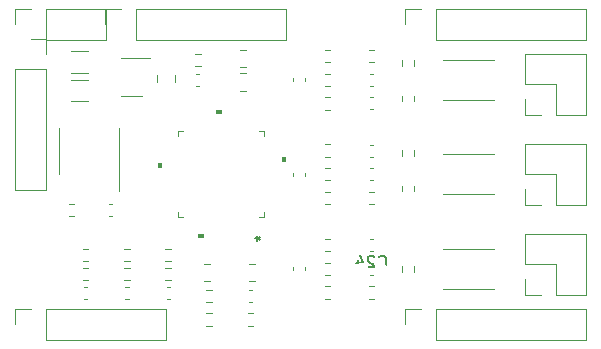
<source format=gbo>
G04 #@! TF.GenerationSoftware,KiCad,Pcbnew,8.0.4+1*
G04 #@! TF.CreationDate,2024-10-07T15:19:18+00:00*
G04 #@! TF.ProjectId,xESC2,78455343-322e-46b6-9963-61645f706362,rev?*
G04 #@! TF.SameCoordinates,Original*
G04 #@! TF.FileFunction,Legend,Bot*
G04 #@! TF.FilePolarity,Positive*
%FSLAX46Y46*%
G04 Gerber Fmt 4.6, Leading zero omitted, Abs format (unit mm)*
G04 Created by KiCad (PCBNEW 8.0.4+1) date 2024-10-07 15:19:18*
%MOMM*%
%LPD*%
G01*
G04 APERTURE LIST*
%ADD10C,0.150000*%
%ADD11C,0.120000*%
%ADD12C,0.100000*%
%ADD13R,0.840000X0.840000*%
%ADD14C,0.840000*%
%ADD15O,1.850000X0.850000*%
%ADD16R,1.700000X1.700000*%
%ADD17O,1.700000X1.700000*%
%ADD18R,0.279400X1.340599*%
%ADD19R,1.340599X0.279400*%
%ADD20R,5.003800X5.003800*%
%ADD21R,1.060000X0.650000*%
G04 APERTURE END LIST*
D10*
X250035819Y-123830799D02*
X250273914Y-123830799D01*
X250178676Y-123592704D02*
X250273914Y-123830799D01*
X250273914Y-123830799D02*
X250178676Y-124068894D01*
X250464390Y-123687942D02*
X250273914Y-123830799D01*
X250273914Y-123830799D02*
X250464390Y-123973656D01*
X250035819Y-123830799D02*
X250273914Y-123830799D01*
X250178676Y-123592704D02*
X250273914Y-123830799D01*
X250273914Y-123830799D02*
X250178676Y-124068894D01*
X250464390Y-123687942D02*
X250273914Y-123830799D01*
X250273914Y-123830799D02*
X250464390Y-123973656D01*
X260542857Y-126189580D02*
X260590476Y-126237200D01*
X260590476Y-126237200D02*
X260733333Y-126284819D01*
X260733333Y-126284819D02*
X260828571Y-126284819D01*
X260828571Y-126284819D02*
X260971428Y-126237200D01*
X260971428Y-126237200D02*
X261066666Y-126141961D01*
X261066666Y-126141961D02*
X261114285Y-126046723D01*
X261114285Y-126046723D02*
X261161904Y-125856247D01*
X261161904Y-125856247D02*
X261161904Y-125713390D01*
X261161904Y-125713390D02*
X261114285Y-125522914D01*
X261114285Y-125522914D02*
X261066666Y-125427676D01*
X261066666Y-125427676D02*
X260971428Y-125332438D01*
X260971428Y-125332438D02*
X260828571Y-125284819D01*
X260828571Y-125284819D02*
X260733333Y-125284819D01*
X260733333Y-125284819D02*
X260590476Y-125332438D01*
X260590476Y-125332438D02*
X260542857Y-125380057D01*
X260161904Y-125380057D02*
X260114285Y-125332438D01*
X260114285Y-125332438D02*
X260019047Y-125284819D01*
X260019047Y-125284819D02*
X259780952Y-125284819D01*
X259780952Y-125284819D02*
X259685714Y-125332438D01*
X259685714Y-125332438D02*
X259638095Y-125380057D01*
X259638095Y-125380057D02*
X259590476Y-125475295D01*
X259590476Y-125475295D02*
X259590476Y-125570533D01*
X259590476Y-125570533D02*
X259638095Y-125713390D01*
X259638095Y-125713390D02*
X260209523Y-126284819D01*
X260209523Y-126284819D02*
X259590476Y-126284819D01*
X258733333Y-125618152D02*
X258733333Y-126284819D01*
X258971428Y-125237200D02*
X259209523Y-125951485D01*
X259209523Y-125951485D02*
X258590476Y-125951485D01*
D11*
X256437258Y-123877500D02*
X255962742Y-123877500D01*
X256437258Y-124922500D02*
X255962742Y-124922500D01*
X245738748Y-125965000D02*
X246261252Y-125965000D01*
X245738748Y-127435000D02*
X246261252Y-127435000D01*
X250061252Y-125965000D02*
X249538748Y-125965000D01*
X250061252Y-127435000D02*
X249538748Y-127435000D01*
X249509420Y-128190000D02*
X249790580Y-128190000D01*
X249509420Y-129210000D02*
X249790580Y-129210000D01*
X242840580Y-127940000D02*
X242559420Y-127940000D01*
X242840580Y-128960000D02*
X242559420Y-128960000D01*
X245059420Y-109940000D02*
X245340580Y-109940000D01*
X245059420Y-110960000D02*
X245340580Y-110960000D01*
X241765000Y-110561252D02*
X241765000Y-110038748D01*
X243235000Y-110561252D02*
X243235000Y-110038748D01*
X259759420Y-115890000D02*
X260040580Y-115890000D01*
X259759420Y-116910000D02*
X260040580Y-116910000D01*
X259759420Y-111890000D02*
X260040580Y-111890000D01*
X259759420Y-112910000D02*
X260040580Y-112910000D01*
X256437258Y-117877500D02*
X255962742Y-117877500D01*
X256437258Y-118922500D02*
X255962742Y-118922500D01*
X256437258Y-119877500D02*
X255962742Y-119877500D01*
X256437258Y-120922500D02*
X255962742Y-120922500D01*
X239340580Y-127940000D02*
X239059420Y-127940000D01*
X239340580Y-128960000D02*
X239059420Y-128960000D01*
X270314564Y-116690000D02*
X265960436Y-116690000D01*
X270314564Y-120110000D02*
X265960436Y-120110000D01*
X235840580Y-127940000D02*
X235559420Y-127940000D01*
X235840580Y-128960000D02*
X235559420Y-128960000D01*
X256437258Y-115877500D02*
X255962742Y-115877500D01*
X256437258Y-116922500D02*
X255962742Y-116922500D01*
X256437258Y-109877500D02*
X255962742Y-109877500D01*
X256437258Y-110922500D02*
X255962742Y-110922500D01*
X256437258Y-107877500D02*
X255962742Y-107877500D01*
X256437258Y-108922500D02*
X255962742Y-108922500D01*
X270277064Y-108690000D02*
X265922936Y-108690000D01*
X270277064Y-112110000D02*
X265922936Y-112110000D01*
X245912742Y-128177500D02*
X246387258Y-128177500D01*
X245912742Y-129222500D02*
X246387258Y-129222500D01*
X249412742Y-130177500D02*
X249887258Y-130177500D01*
X249412742Y-131222500D02*
X249887258Y-131222500D01*
X245912742Y-130177500D02*
X246387258Y-130177500D01*
X245912742Y-131222500D02*
X246387258Y-131222500D01*
X242462742Y-124727500D02*
X242937258Y-124727500D01*
X242462742Y-125772500D02*
X242937258Y-125772500D01*
X242937258Y-126327500D02*
X242462742Y-126327500D01*
X242937258Y-127372500D02*
X242462742Y-127372500D01*
X238962742Y-124727500D02*
X239437258Y-124727500D01*
X238962742Y-125772500D02*
X239437258Y-125772500D01*
X239437258Y-126327500D02*
X238962742Y-126327500D01*
X239437258Y-127372500D02*
X238962742Y-127372500D01*
X235462742Y-124727500D02*
X235937258Y-124727500D01*
X235462742Y-125772500D02*
X235937258Y-125772500D01*
X235937258Y-126327500D02*
X235462742Y-126327500D01*
X235937258Y-127372500D02*
X235462742Y-127372500D01*
X244962742Y-108177500D02*
X245437258Y-108177500D01*
X244962742Y-109222500D02*
X245437258Y-109222500D01*
X256437258Y-127877500D02*
X255962742Y-127877500D01*
X256437258Y-128922500D02*
X255962742Y-128922500D01*
X270314564Y-124690000D02*
X265960436Y-124690000D01*
X270314564Y-128110000D02*
X265960436Y-128110000D01*
X249261252Y-109865000D02*
X248738748Y-109865000D01*
X249261252Y-111335000D02*
X248738748Y-111335000D01*
X248738748Y-107865000D02*
X249261252Y-107865000D01*
X248738748Y-109335000D02*
X249261252Y-109335000D01*
X260040580Y-125890000D02*
X259759420Y-125890000D01*
X260040580Y-126910000D02*
X259759420Y-126910000D01*
X260040580Y-117890000D02*
X259759420Y-117890000D01*
X260040580Y-118910000D02*
X259759420Y-118910000D01*
X262477500Y-119362742D02*
X262477500Y-119837258D01*
X263522500Y-119362742D02*
X263522500Y-119837258D01*
X260040580Y-109890000D02*
X259759420Y-109890000D01*
X260040580Y-110910000D02*
X259759420Y-110910000D01*
X260137258Y-127877500D02*
X259662742Y-127877500D01*
X260137258Y-128922500D02*
X259662742Y-128922500D01*
X260137258Y-107877500D02*
X259662742Y-107877500D01*
X260137258Y-108922500D02*
X259662742Y-108922500D01*
X262477500Y-126162742D02*
X262477500Y-126637258D01*
X263522500Y-126162742D02*
X263522500Y-126637258D01*
X260137258Y-119877500D02*
X259662742Y-119877500D01*
X260137258Y-120922500D02*
X259662742Y-120922500D01*
X235911252Y-107990000D02*
X234488748Y-107990000D01*
X235911252Y-109810000D02*
X234488748Y-109810000D01*
X235911252Y-110390000D02*
X234488748Y-110390000D01*
X235911252Y-112210000D02*
X234488748Y-112210000D01*
X229730000Y-109510000D02*
X229730000Y-119730000D01*
X232390000Y-106910000D02*
X231060000Y-106910000D01*
X232390000Y-108240000D02*
X232390000Y-106910000D01*
X232390000Y-109510000D02*
X229730000Y-109510000D01*
X232390000Y-109510000D02*
X232390000Y-119730000D01*
X232390000Y-119730000D02*
X229730000Y-119730000D01*
X229730000Y-104370000D02*
X229730000Y-105700000D01*
X231060000Y-104370000D02*
X229730000Y-104370000D01*
X232330000Y-104370000D02*
X232330000Y-107030000D01*
X232330000Y-104370000D02*
X237470000Y-104370000D01*
X232330000Y-107030000D02*
X237470000Y-107030000D01*
X237470000Y-104370000D02*
X237470000Y-107030000D01*
X253290000Y-118259420D02*
X253290000Y-118540580D01*
X254310000Y-118259420D02*
X254310000Y-118540580D01*
X253290000Y-126259420D02*
X253290000Y-126540580D01*
X254310000Y-126259420D02*
X254310000Y-126540580D01*
X253290000Y-110540580D02*
X253290000Y-110259420D01*
X254310000Y-110540580D02*
X254310000Y-110259420D01*
X243567800Y-114717800D02*
X243977560Y-114717800D01*
X243567800Y-115127560D02*
X243567800Y-114717800D01*
X243567800Y-121982200D02*
X243567800Y-121572440D01*
X243977560Y-121982200D02*
X243567800Y-121982200D01*
X250422440Y-114717800D02*
X250832200Y-114717800D01*
X250832200Y-114717800D02*
X250832200Y-115127560D01*
X250832200Y-121572440D02*
X250832200Y-121982200D01*
X250832200Y-121982200D02*
X250422440Y-121982200D01*
D12*
X242100201Y-117790499D02*
X241846201Y-117790499D01*
X241846201Y-117409499D01*
X242100201Y-117409499D01*
X242100201Y-117790499D01*
G36*
X242100201Y-117790499D02*
G01*
X241846201Y-117790499D01*
X241846201Y-117409499D01*
X242100201Y-117409499D01*
X242100201Y-117790499D01*
G37*
X245640501Y-123703799D02*
X245259501Y-123703799D01*
X245259501Y-123449799D01*
X245640501Y-123449799D01*
X245640501Y-123703799D01*
G36*
X245640501Y-123703799D02*
G01*
X245259501Y-123703799D01*
X245259501Y-123449799D01*
X245640501Y-123449799D01*
X245640501Y-123703799D01*
G37*
X247140501Y-113250201D02*
X246759500Y-113250201D01*
X246759500Y-112996201D01*
X247140501Y-112996201D01*
X247140501Y-113250201D01*
G36*
X247140501Y-113250201D02*
G01*
X246759500Y-113250201D01*
X246759500Y-112996201D01*
X247140501Y-112996201D01*
X247140501Y-113250201D01*
G37*
X252553799Y-117290500D02*
X252299799Y-117290500D01*
X252299799Y-116909500D01*
X252553799Y-116909500D01*
X252553799Y-117290500D01*
G36*
X252553799Y-117290500D02*
G01*
X252299799Y-117290500D01*
X252299799Y-116909500D01*
X252553799Y-116909500D01*
X252553799Y-117290500D01*
G37*
D11*
X256437258Y-125877500D02*
X255962742Y-125877500D01*
X256437258Y-126922500D02*
X255962742Y-126922500D01*
X262477500Y-109237258D02*
X262477500Y-108762742D01*
X263522500Y-109237258D02*
X263522500Y-108762742D01*
X256437258Y-111877500D02*
X255962742Y-111877500D01*
X256437258Y-112922500D02*
X255962742Y-112922500D01*
X237350000Y-104370000D02*
X237350000Y-105700000D01*
X238680000Y-104370000D02*
X237350000Y-104370000D01*
X239950000Y-104370000D02*
X239950000Y-107030000D01*
X239950000Y-104370000D02*
X252710000Y-104370000D01*
X239950000Y-107030000D02*
X252710000Y-107030000D01*
X252710000Y-104370000D02*
X252710000Y-107030000D01*
X229730000Y-129770000D02*
X229730000Y-131100000D01*
X231060000Y-129770000D02*
X229730000Y-129770000D01*
X232330000Y-129770000D02*
X232330000Y-132430000D01*
X232330000Y-129770000D02*
X242550000Y-129770000D01*
X232330000Y-132430000D02*
X242550000Y-132430000D01*
X242550000Y-129770000D02*
X242550000Y-132430000D01*
X259759420Y-123890000D02*
X260040580Y-123890000D01*
X259759420Y-124910000D02*
X260040580Y-124910000D01*
X237940580Y-120890000D02*
X237659420Y-120890000D01*
X237940580Y-121910000D02*
X237659420Y-121910000D01*
X238700000Y-108590000D02*
X241150000Y-108590000D01*
X240500000Y-111810000D02*
X238700000Y-111810000D01*
X233440000Y-116400000D02*
X233440000Y-114450000D01*
X233440000Y-116400000D02*
X233440000Y-118350000D01*
X238560000Y-116400000D02*
X238560000Y-114450000D01*
X238560000Y-116400000D02*
X238560000Y-119850000D01*
X262477500Y-112237258D02*
X262477500Y-111762742D01*
X263522500Y-112237258D02*
X263522500Y-111762742D01*
X262477500Y-116837258D02*
X262477500Y-116362742D01*
X263522500Y-116837258D02*
X263522500Y-116362742D01*
X262750000Y-104370000D02*
X262750000Y-105700000D01*
X264080000Y-104370000D02*
X262750000Y-104370000D01*
X265350000Y-104370000D02*
X265350000Y-107030000D01*
X265350000Y-104370000D02*
X278110000Y-104370000D01*
X265350000Y-107030000D02*
X278110000Y-107030000D01*
X278110000Y-104370000D02*
X278110000Y-107030000D01*
X262750000Y-129770000D02*
X262750000Y-131100000D01*
X264080000Y-129770000D02*
X262750000Y-129770000D01*
X265350000Y-129770000D02*
X265350000Y-132430000D01*
X265350000Y-129770000D02*
X278110000Y-129770000D01*
X265350000Y-132430000D02*
X278110000Y-132430000D01*
X278110000Y-129770000D02*
X278110000Y-132430000D01*
X272910000Y-108180000D02*
X278110000Y-108180000D01*
X272910000Y-110780000D02*
X272910000Y-108180000D01*
X272910000Y-110780000D02*
X275510000Y-110780000D01*
X272910000Y-112050000D02*
X272910000Y-113380000D01*
X272910000Y-113380000D02*
X274240000Y-113380000D01*
X275510000Y-110780000D02*
X275510000Y-113380000D01*
X275510000Y-113380000D02*
X278110000Y-113380000D01*
X278110000Y-113380000D02*
X278110000Y-108180000D01*
X272910000Y-115800000D02*
X278110000Y-115800000D01*
X272910000Y-118400000D02*
X272910000Y-115800000D01*
X272910000Y-118400000D02*
X275510000Y-118400000D01*
X272910000Y-119670000D02*
X272910000Y-121000000D01*
X272910000Y-121000000D02*
X274240000Y-121000000D01*
X275510000Y-118400000D02*
X275510000Y-121000000D01*
X275510000Y-121000000D02*
X278110000Y-121000000D01*
X278110000Y-121000000D02*
X278110000Y-115800000D01*
X272910000Y-123420000D02*
X278110000Y-123420000D01*
X272910000Y-126020000D02*
X272910000Y-123420000D01*
X272910000Y-126020000D02*
X275510000Y-126020000D01*
X272910000Y-127290000D02*
X272910000Y-128620000D01*
X272910000Y-128620000D02*
X274240000Y-128620000D01*
X275510000Y-126020000D02*
X275510000Y-128620000D01*
X275510000Y-128620000D02*
X278110000Y-128620000D01*
X278110000Y-128620000D02*
X278110000Y-123420000D01*
X234737258Y-120877500D02*
X234262742Y-120877500D01*
X234737258Y-121922500D02*
X234262742Y-121922500D01*
%LPC*%
D13*
X231220000Y-124025000D03*
D14*
X230220000Y-124675000D03*
X231220000Y-125325000D03*
X230220000Y-125975000D03*
X231220000Y-126625000D03*
D15*
X231000000Y-121750000D03*
X231000000Y-128900000D03*
G36*
G01*
X257425000Y-124125000D02*
X257425000Y-124675000D01*
G75*
G02*
X257225000Y-124875000I-200000J0D01*
G01*
X256825000Y-124875000D01*
G75*
G02*
X256625000Y-124675000I0J200000D01*
G01*
X256625000Y-124125000D01*
G75*
G02*
X256825000Y-123925000I200000J0D01*
G01*
X257225000Y-123925000D01*
G75*
G02*
X257425000Y-124125000I0J-200000D01*
G01*
G37*
G36*
G01*
X255775000Y-124125000D02*
X255775000Y-124675000D01*
G75*
G02*
X255575000Y-124875000I-200000J0D01*
G01*
X255175000Y-124875000D01*
G75*
G02*
X254975000Y-124675000I0J200000D01*
G01*
X254975000Y-124125000D01*
G75*
G02*
X255175000Y-123925000I200000J0D01*
G01*
X255575000Y-123925000D01*
G75*
G02*
X255775000Y-124125000I0J-200000D01*
G01*
G37*
G36*
G01*
X244550000Y-127175000D02*
X244550000Y-126225000D01*
G75*
G02*
X244800000Y-125975000I250000J0D01*
G01*
X245300000Y-125975000D01*
G75*
G02*
X245550000Y-126225000I0J-250000D01*
G01*
X245550000Y-127175000D01*
G75*
G02*
X245300000Y-127425000I-250000J0D01*
G01*
X244800000Y-127425000D01*
G75*
G02*
X244550000Y-127175000I0J250000D01*
G01*
G37*
G36*
G01*
X246450000Y-127175000D02*
X246450000Y-126225000D01*
G75*
G02*
X246700000Y-125975000I250000J0D01*
G01*
X247200000Y-125975000D01*
G75*
G02*
X247450000Y-126225000I0J-250000D01*
G01*
X247450000Y-127175000D01*
G75*
G02*
X247200000Y-127425000I-250000J0D01*
G01*
X246700000Y-127425000D01*
G75*
G02*
X246450000Y-127175000I0J250000D01*
G01*
G37*
G36*
G01*
X251250000Y-126225000D02*
X251250000Y-127175000D01*
G75*
G02*
X251000000Y-127425000I-250000J0D01*
G01*
X250500000Y-127425000D01*
G75*
G02*
X250250000Y-127175000I0J250000D01*
G01*
X250250000Y-126225000D01*
G75*
G02*
X250500000Y-125975000I250000J0D01*
G01*
X251000000Y-125975000D01*
G75*
G02*
X251250000Y-126225000I0J-250000D01*
G01*
G37*
G36*
G01*
X249350000Y-126225000D02*
X249350000Y-127175000D01*
G75*
G02*
X249100000Y-127425000I-250000J0D01*
G01*
X248600000Y-127425000D01*
G75*
G02*
X248350000Y-127175000I0J250000D01*
G01*
X248350000Y-126225000D01*
G75*
G02*
X248600000Y-125975000I250000J0D01*
G01*
X249100000Y-125975000D01*
G75*
G02*
X249350000Y-126225000I0J-250000D01*
G01*
G37*
G36*
G01*
X248425000Y-128950000D02*
X248425000Y-128450000D01*
G75*
G02*
X248650000Y-128225000I225000J0D01*
G01*
X249100000Y-128225000D01*
G75*
G02*
X249325000Y-128450000I0J-225000D01*
G01*
X249325000Y-128950000D01*
G75*
G02*
X249100000Y-129175000I-225000J0D01*
G01*
X248650000Y-129175000D01*
G75*
G02*
X248425000Y-128950000I0J225000D01*
G01*
G37*
G36*
G01*
X249975000Y-128950000D02*
X249975000Y-128450000D01*
G75*
G02*
X250200000Y-128225000I225000J0D01*
G01*
X250650000Y-128225000D01*
G75*
G02*
X250875000Y-128450000I0J-225000D01*
G01*
X250875000Y-128950000D01*
G75*
G02*
X250650000Y-129175000I-225000J0D01*
G01*
X250200000Y-129175000D01*
G75*
G02*
X249975000Y-128950000I0J225000D01*
G01*
G37*
G36*
G01*
X243925000Y-128200000D02*
X243925000Y-128700000D01*
G75*
G02*
X243700000Y-128925000I-225000J0D01*
G01*
X243250000Y-128925000D01*
G75*
G02*
X243025000Y-128700000I0J225000D01*
G01*
X243025000Y-128200000D01*
G75*
G02*
X243250000Y-127975000I225000J0D01*
G01*
X243700000Y-127975000D01*
G75*
G02*
X243925000Y-128200000I0J-225000D01*
G01*
G37*
G36*
G01*
X242375000Y-128200000D02*
X242375000Y-128700000D01*
G75*
G02*
X242150000Y-128925000I-225000J0D01*
G01*
X241700000Y-128925000D01*
G75*
G02*
X241475000Y-128700000I0J225000D01*
G01*
X241475000Y-128200000D01*
G75*
G02*
X241700000Y-127975000I225000J0D01*
G01*
X242150000Y-127975000D01*
G75*
G02*
X242375000Y-128200000I0J-225000D01*
G01*
G37*
G36*
G01*
X243975000Y-110700000D02*
X243975000Y-110200000D01*
G75*
G02*
X244200000Y-109975000I225000J0D01*
G01*
X244650000Y-109975000D01*
G75*
G02*
X244875000Y-110200000I0J-225000D01*
G01*
X244875000Y-110700000D01*
G75*
G02*
X244650000Y-110925000I-225000J0D01*
G01*
X244200000Y-110925000D01*
G75*
G02*
X243975000Y-110700000I0J225000D01*
G01*
G37*
G36*
G01*
X245525000Y-110700000D02*
X245525000Y-110200000D01*
G75*
G02*
X245750000Y-109975000I225000J0D01*
G01*
X246200000Y-109975000D01*
G75*
G02*
X246425000Y-110200000I0J-225000D01*
G01*
X246425000Y-110700000D01*
G75*
G02*
X246200000Y-110925000I-225000J0D01*
G01*
X245750000Y-110925000D01*
G75*
G02*
X245525000Y-110700000I0J225000D01*
G01*
G37*
G36*
G01*
X242975000Y-111750000D02*
X242025000Y-111750000D01*
G75*
G02*
X241775000Y-111500000I0J250000D01*
G01*
X241775000Y-111000000D01*
G75*
G02*
X242025000Y-110750000I250000J0D01*
G01*
X242975000Y-110750000D01*
G75*
G02*
X243225000Y-111000000I0J-250000D01*
G01*
X243225000Y-111500000D01*
G75*
G02*
X242975000Y-111750000I-250000J0D01*
G01*
G37*
G36*
G01*
X242975000Y-109850000D02*
X242025000Y-109850000D01*
G75*
G02*
X241775000Y-109600000I0J250000D01*
G01*
X241775000Y-109100000D01*
G75*
G02*
X242025000Y-108850000I250000J0D01*
G01*
X242975000Y-108850000D01*
G75*
G02*
X243225000Y-109100000I0J-250000D01*
G01*
X243225000Y-109600000D01*
G75*
G02*
X242975000Y-109850000I-250000J0D01*
G01*
G37*
G36*
G01*
X258675000Y-116650000D02*
X258675000Y-116150000D01*
G75*
G02*
X258900000Y-115925000I225000J0D01*
G01*
X259350000Y-115925000D01*
G75*
G02*
X259575000Y-116150000I0J-225000D01*
G01*
X259575000Y-116650000D01*
G75*
G02*
X259350000Y-116875000I-225000J0D01*
G01*
X258900000Y-116875000D01*
G75*
G02*
X258675000Y-116650000I0J225000D01*
G01*
G37*
G36*
G01*
X260225000Y-116650000D02*
X260225000Y-116150000D01*
G75*
G02*
X260450000Y-115925000I225000J0D01*
G01*
X260900000Y-115925000D01*
G75*
G02*
X261125000Y-116150000I0J-225000D01*
G01*
X261125000Y-116650000D01*
G75*
G02*
X260900000Y-116875000I-225000J0D01*
G01*
X260450000Y-116875000D01*
G75*
G02*
X260225000Y-116650000I0J225000D01*
G01*
G37*
G36*
G01*
X258675000Y-112650000D02*
X258675000Y-112150000D01*
G75*
G02*
X258900000Y-111925000I225000J0D01*
G01*
X259350000Y-111925000D01*
G75*
G02*
X259575000Y-112150000I0J-225000D01*
G01*
X259575000Y-112650000D01*
G75*
G02*
X259350000Y-112875000I-225000J0D01*
G01*
X258900000Y-112875000D01*
G75*
G02*
X258675000Y-112650000I0J225000D01*
G01*
G37*
G36*
G01*
X260225000Y-112650000D02*
X260225000Y-112150000D01*
G75*
G02*
X260450000Y-111925000I225000J0D01*
G01*
X260900000Y-111925000D01*
G75*
G02*
X261125000Y-112150000I0J-225000D01*
G01*
X261125000Y-112650000D01*
G75*
G02*
X260900000Y-112875000I-225000J0D01*
G01*
X260450000Y-112875000D01*
G75*
G02*
X260225000Y-112650000I0J225000D01*
G01*
G37*
G36*
G01*
X257425000Y-118125000D02*
X257425000Y-118675000D01*
G75*
G02*
X257225000Y-118875000I-200000J0D01*
G01*
X256825000Y-118875000D01*
G75*
G02*
X256625000Y-118675000I0J200000D01*
G01*
X256625000Y-118125000D01*
G75*
G02*
X256825000Y-117925000I200000J0D01*
G01*
X257225000Y-117925000D01*
G75*
G02*
X257425000Y-118125000I0J-200000D01*
G01*
G37*
G36*
G01*
X255775000Y-118125000D02*
X255775000Y-118675000D01*
G75*
G02*
X255575000Y-118875000I-200000J0D01*
G01*
X255175000Y-118875000D01*
G75*
G02*
X254975000Y-118675000I0J200000D01*
G01*
X254975000Y-118125000D01*
G75*
G02*
X255175000Y-117925000I200000J0D01*
G01*
X255575000Y-117925000D01*
G75*
G02*
X255775000Y-118125000I0J-200000D01*
G01*
G37*
G36*
G01*
X257425000Y-120125000D02*
X257425000Y-120675000D01*
G75*
G02*
X257225000Y-120875000I-200000J0D01*
G01*
X256825000Y-120875000D01*
G75*
G02*
X256625000Y-120675000I0J200000D01*
G01*
X256625000Y-120125000D01*
G75*
G02*
X256825000Y-119925000I200000J0D01*
G01*
X257225000Y-119925000D01*
G75*
G02*
X257425000Y-120125000I0J-200000D01*
G01*
G37*
G36*
G01*
X255775000Y-120125000D02*
X255775000Y-120675000D01*
G75*
G02*
X255575000Y-120875000I-200000J0D01*
G01*
X255175000Y-120875000D01*
G75*
G02*
X254975000Y-120675000I0J200000D01*
G01*
X254975000Y-120125000D01*
G75*
G02*
X255175000Y-119925000I200000J0D01*
G01*
X255575000Y-119925000D01*
G75*
G02*
X255775000Y-120125000I0J-200000D01*
G01*
G37*
G36*
G01*
X240425000Y-128200000D02*
X240425000Y-128700000D01*
G75*
G02*
X240200000Y-128925000I-225000J0D01*
G01*
X239750000Y-128925000D01*
G75*
G02*
X239525000Y-128700000I0J225000D01*
G01*
X239525000Y-128200000D01*
G75*
G02*
X239750000Y-127975000I225000J0D01*
G01*
X240200000Y-127975000D01*
G75*
G02*
X240425000Y-128200000I0J-225000D01*
G01*
G37*
G36*
G01*
X238875000Y-128200000D02*
X238875000Y-128700000D01*
G75*
G02*
X238650000Y-128925000I-225000J0D01*
G01*
X238200000Y-128925000D01*
G75*
G02*
X237975000Y-128700000I0J225000D01*
G01*
X237975000Y-128200000D01*
G75*
G02*
X238200000Y-127975000I225000J0D01*
G01*
X238650000Y-127975000D01*
G75*
G02*
X238875000Y-128200000I0J-225000D01*
G01*
G37*
G36*
G01*
X271712500Y-116974999D02*
X271712500Y-119825001D01*
G75*
G02*
X271462501Y-120075000I-249999J0D01*
G01*
X270737499Y-120075000D01*
G75*
G02*
X270487500Y-119825001I0J249999D01*
G01*
X270487500Y-116974999D01*
G75*
G02*
X270737499Y-116725000I249999J0D01*
G01*
X271462501Y-116725000D01*
G75*
G02*
X271712500Y-116974999I0J-249999D01*
G01*
G37*
G36*
G01*
X265787500Y-116974999D02*
X265787500Y-119825001D01*
G75*
G02*
X265537501Y-120075000I-249999J0D01*
G01*
X264812499Y-120075000D01*
G75*
G02*
X264562500Y-119825001I0J249999D01*
G01*
X264562500Y-116974999D01*
G75*
G02*
X264812499Y-116725000I249999J0D01*
G01*
X265537501Y-116725000D01*
G75*
G02*
X265787500Y-116974999I0J-249999D01*
G01*
G37*
G36*
G01*
X236925000Y-128200000D02*
X236925000Y-128700000D01*
G75*
G02*
X236700000Y-128925000I-225000J0D01*
G01*
X236250000Y-128925000D01*
G75*
G02*
X236025000Y-128700000I0J225000D01*
G01*
X236025000Y-128200000D01*
G75*
G02*
X236250000Y-127975000I225000J0D01*
G01*
X236700000Y-127975000D01*
G75*
G02*
X236925000Y-128200000I0J-225000D01*
G01*
G37*
G36*
G01*
X235375000Y-128200000D02*
X235375000Y-128700000D01*
G75*
G02*
X235150000Y-128925000I-225000J0D01*
G01*
X234700000Y-128925000D01*
G75*
G02*
X234475000Y-128700000I0J225000D01*
G01*
X234475000Y-128200000D01*
G75*
G02*
X234700000Y-127975000I225000J0D01*
G01*
X235150000Y-127975000D01*
G75*
G02*
X235375000Y-128200000I0J-225000D01*
G01*
G37*
G36*
G01*
X257425000Y-116125000D02*
X257425000Y-116675000D01*
G75*
G02*
X257225000Y-116875000I-200000J0D01*
G01*
X256825000Y-116875000D01*
G75*
G02*
X256625000Y-116675000I0J200000D01*
G01*
X256625000Y-116125000D01*
G75*
G02*
X256825000Y-115925000I200000J0D01*
G01*
X257225000Y-115925000D01*
G75*
G02*
X257425000Y-116125000I0J-200000D01*
G01*
G37*
G36*
G01*
X255775000Y-116125000D02*
X255775000Y-116675000D01*
G75*
G02*
X255575000Y-116875000I-200000J0D01*
G01*
X255175000Y-116875000D01*
G75*
G02*
X254975000Y-116675000I0J200000D01*
G01*
X254975000Y-116125000D01*
G75*
G02*
X255175000Y-115925000I200000J0D01*
G01*
X255575000Y-115925000D01*
G75*
G02*
X255775000Y-116125000I0J-200000D01*
G01*
G37*
G36*
G01*
X257425000Y-110125000D02*
X257425000Y-110675000D01*
G75*
G02*
X257225000Y-110875000I-200000J0D01*
G01*
X256825000Y-110875000D01*
G75*
G02*
X256625000Y-110675000I0J200000D01*
G01*
X256625000Y-110125000D01*
G75*
G02*
X256825000Y-109925000I200000J0D01*
G01*
X257225000Y-109925000D01*
G75*
G02*
X257425000Y-110125000I0J-200000D01*
G01*
G37*
G36*
G01*
X255775000Y-110125000D02*
X255775000Y-110675000D01*
G75*
G02*
X255575000Y-110875000I-200000J0D01*
G01*
X255175000Y-110875000D01*
G75*
G02*
X254975000Y-110675000I0J200000D01*
G01*
X254975000Y-110125000D01*
G75*
G02*
X255175000Y-109925000I200000J0D01*
G01*
X255575000Y-109925000D01*
G75*
G02*
X255775000Y-110125000I0J-200000D01*
G01*
G37*
G36*
G01*
X257425000Y-108125000D02*
X257425000Y-108675000D01*
G75*
G02*
X257225000Y-108875000I-200000J0D01*
G01*
X256825000Y-108875000D01*
G75*
G02*
X256625000Y-108675000I0J200000D01*
G01*
X256625000Y-108125000D01*
G75*
G02*
X256825000Y-107925000I200000J0D01*
G01*
X257225000Y-107925000D01*
G75*
G02*
X257425000Y-108125000I0J-200000D01*
G01*
G37*
G36*
G01*
X255775000Y-108125000D02*
X255775000Y-108675000D01*
G75*
G02*
X255575000Y-108875000I-200000J0D01*
G01*
X255175000Y-108875000D01*
G75*
G02*
X254975000Y-108675000I0J200000D01*
G01*
X254975000Y-108125000D01*
G75*
G02*
X255175000Y-107925000I200000J0D01*
G01*
X255575000Y-107925000D01*
G75*
G02*
X255775000Y-108125000I0J-200000D01*
G01*
G37*
G36*
G01*
X271675000Y-108974999D02*
X271675000Y-111825001D01*
G75*
G02*
X271425001Y-112075000I-249999J0D01*
G01*
X270699999Y-112075000D01*
G75*
G02*
X270450000Y-111825001I0J249999D01*
G01*
X270450000Y-108974999D01*
G75*
G02*
X270699999Y-108725000I249999J0D01*
G01*
X271425001Y-108725000D01*
G75*
G02*
X271675000Y-108974999I0J-249999D01*
G01*
G37*
G36*
G01*
X265750000Y-108974999D02*
X265750000Y-111825001D01*
G75*
G02*
X265500001Y-112075000I-249999J0D01*
G01*
X264774999Y-112075000D01*
G75*
G02*
X264525000Y-111825001I0J249999D01*
G01*
X264525000Y-108974999D01*
G75*
G02*
X264774999Y-108725000I249999J0D01*
G01*
X265500001Y-108725000D01*
G75*
G02*
X265750000Y-108974999I0J-249999D01*
G01*
G37*
G36*
G01*
X244925000Y-128975000D02*
X244925000Y-128425000D01*
G75*
G02*
X245125000Y-128225000I200000J0D01*
G01*
X245525000Y-128225000D01*
G75*
G02*
X245725000Y-128425000I0J-200000D01*
G01*
X245725000Y-128975000D01*
G75*
G02*
X245525000Y-129175000I-200000J0D01*
G01*
X245125000Y-129175000D01*
G75*
G02*
X244925000Y-128975000I0J200000D01*
G01*
G37*
G36*
G01*
X246575000Y-128975000D02*
X246575000Y-128425000D01*
G75*
G02*
X246775000Y-128225000I200000J0D01*
G01*
X247175000Y-128225000D01*
G75*
G02*
X247375000Y-128425000I0J-200000D01*
G01*
X247375000Y-128975000D01*
G75*
G02*
X247175000Y-129175000I-200000J0D01*
G01*
X246775000Y-129175000D01*
G75*
G02*
X246575000Y-128975000I0J200000D01*
G01*
G37*
G36*
G01*
X248425000Y-130975000D02*
X248425000Y-130425000D01*
G75*
G02*
X248625000Y-130225000I200000J0D01*
G01*
X249025000Y-130225000D01*
G75*
G02*
X249225000Y-130425000I0J-200000D01*
G01*
X249225000Y-130975000D01*
G75*
G02*
X249025000Y-131175000I-200000J0D01*
G01*
X248625000Y-131175000D01*
G75*
G02*
X248425000Y-130975000I0J200000D01*
G01*
G37*
G36*
G01*
X250075000Y-130975000D02*
X250075000Y-130425000D01*
G75*
G02*
X250275000Y-130225000I200000J0D01*
G01*
X250675000Y-130225000D01*
G75*
G02*
X250875000Y-130425000I0J-200000D01*
G01*
X250875000Y-130975000D01*
G75*
G02*
X250675000Y-131175000I-200000J0D01*
G01*
X250275000Y-131175000D01*
G75*
G02*
X250075000Y-130975000I0J200000D01*
G01*
G37*
G36*
G01*
X244925000Y-130975000D02*
X244925000Y-130425000D01*
G75*
G02*
X245125000Y-130225000I200000J0D01*
G01*
X245525000Y-130225000D01*
G75*
G02*
X245725000Y-130425000I0J-200000D01*
G01*
X245725000Y-130975000D01*
G75*
G02*
X245525000Y-131175000I-200000J0D01*
G01*
X245125000Y-131175000D01*
G75*
G02*
X244925000Y-130975000I0J200000D01*
G01*
G37*
G36*
G01*
X246575000Y-130975000D02*
X246575000Y-130425000D01*
G75*
G02*
X246775000Y-130225000I200000J0D01*
G01*
X247175000Y-130225000D01*
G75*
G02*
X247375000Y-130425000I0J-200000D01*
G01*
X247375000Y-130975000D01*
G75*
G02*
X247175000Y-131175000I-200000J0D01*
G01*
X246775000Y-131175000D01*
G75*
G02*
X246575000Y-130975000I0J200000D01*
G01*
G37*
G36*
G01*
X241475000Y-125525000D02*
X241475000Y-124975000D01*
G75*
G02*
X241675000Y-124775000I200000J0D01*
G01*
X242075000Y-124775000D01*
G75*
G02*
X242275000Y-124975000I0J-200000D01*
G01*
X242275000Y-125525000D01*
G75*
G02*
X242075000Y-125725000I-200000J0D01*
G01*
X241675000Y-125725000D01*
G75*
G02*
X241475000Y-125525000I0J200000D01*
G01*
G37*
G36*
G01*
X243125000Y-125525000D02*
X243125000Y-124975000D01*
G75*
G02*
X243325000Y-124775000I200000J0D01*
G01*
X243725000Y-124775000D01*
G75*
G02*
X243925000Y-124975000I0J-200000D01*
G01*
X243925000Y-125525000D01*
G75*
G02*
X243725000Y-125725000I-200000J0D01*
G01*
X243325000Y-125725000D01*
G75*
G02*
X243125000Y-125525000I0J200000D01*
G01*
G37*
G36*
G01*
X243925000Y-126575000D02*
X243925000Y-127125000D01*
G75*
G02*
X243725000Y-127325000I-200000J0D01*
G01*
X243325000Y-127325000D01*
G75*
G02*
X243125000Y-127125000I0J200000D01*
G01*
X243125000Y-126575000D01*
G75*
G02*
X243325000Y-126375000I200000J0D01*
G01*
X243725000Y-126375000D01*
G75*
G02*
X243925000Y-126575000I0J-200000D01*
G01*
G37*
G36*
G01*
X242275000Y-126575000D02*
X242275000Y-127125000D01*
G75*
G02*
X242075000Y-127325000I-200000J0D01*
G01*
X241675000Y-127325000D01*
G75*
G02*
X241475000Y-127125000I0J200000D01*
G01*
X241475000Y-126575000D01*
G75*
G02*
X241675000Y-126375000I200000J0D01*
G01*
X242075000Y-126375000D01*
G75*
G02*
X242275000Y-126575000I0J-200000D01*
G01*
G37*
G36*
G01*
X237975000Y-125525000D02*
X237975000Y-124975000D01*
G75*
G02*
X238175000Y-124775000I200000J0D01*
G01*
X238575000Y-124775000D01*
G75*
G02*
X238775000Y-124975000I0J-200000D01*
G01*
X238775000Y-125525000D01*
G75*
G02*
X238575000Y-125725000I-200000J0D01*
G01*
X238175000Y-125725000D01*
G75*
G02*
X237975000Y-125525000I0J200000D01*
G01*
G37*
G36*
G01*
X239625000Y-125525000D02*
X239625000Y-124975000D01*
G75*
G02*
X239825000Y-124775000I200000J0D01*
G01*
X240225000Y-124775000D01*
G75*
G02*
X240425000Y-124975000I0J-200000D01*
G01*
X240425000Y-125525000D01*
G75*
G02*
X240225000Y-125725000I-200000J0D01*
G01*
X239825000Y-125725000D01*
G75*
G02*
X239625000Y-125525000I0J200000D01*
G01*
G37*
G36*
G01*
X240425000Y-126575000D02*
X240425000Y-127125000D01*
G75*
G02*
X240225000Y-127325000I-200000J0D01*
G01*
X239825000Y-127325000D01*
G75*
G02*
X239625000Y-127125000I0J200000D01*
G01*
X239625000Y-126575000D01*
G75*
G02*
X239825000Y-126375000I200000J0D01*
G01*
X240225000Y-126375000D01*
G75*
G02*
X240425000Y-126575000I0J-200000D01*
G01*
G37*
G36*
G01*
X238775000Y-126575000D02*
X238775000Y-127125000D01*
G75*
G02*
X238575000Y-127325000I-200000J0D01*
G01*
X238175000Y-127325000D01*
G75*
G02*
X237975000Y-127125000I0J200000D01*
G01*
X237975000Y-126575000D01*
G75*
G02*
X238175000Y-126375000I200000J0D01*
G01*
X238575000Y-126375000D01*
G75*
G02*
X238775000Y-126575000I0J-200000D01*
G01*
G37*
G36*
G01*
X234475000Y-125525000D02*
X234475000Y-124975000D01*
G75*
G02*
X234675000Y-124775000I200000J0D01*
G01*
X235075000Y-124775000D01*
G75*
G02*
X235275000Y-124975000I0J-200000D01*
G01*
X235275000Y-125525000D01*
G75*
G02*
X235075000Y-125725000I-200000J0D01*
G01*
X234675000Y-125725000D01*
G75*
G02*
X234475000Y-125525000I0J200000D01*
G01*
G37*
G36*
G01*
X236125000Y-125525000D02*
X236125000Y-124975000D01*
G75*
G02*
X236325000Y-124775000I200000J0D01*
G01*
X236725000Y-124775000D01*
G75*
G02*
X236925000Y-124975000I0J-200000D01*
G01*
X236925000Y-125525000D01*
G75*
G02*
X236725000Y-125725000I-200000J0D01*
G01*
X236325000Y-125725000D01*
G75*
G02*
X236125000Y-125525000I0J200000D01*
G01*
G37*
G36*
G01*
X236925000Y-126575000D02*
X236925000Y-127125000D01*
G75*
G02*
X236725000Y-127325000I-200000J0D01*
G01*
X236325000Y-127325000D01*
G75*
G02*
X236125000Y-127125000I0J200000D01*
G01*
X236125000Y-126575000D01*
G75*
G02*
X236325000Y-126375000I200000J0D01*
G01*
X236725000Y-126375000D01*
G75*
G02*
X236925000Y-126575000I0J-200000D01*
G01*
G37*
G36*
G01*
X235275000Y-126575000D02*
X235275000Y-127125000D01*
G75*
G02*
X235075000Y-127325000I-200000J0D01*
G01*
X234675000Y-127325000D01*
G75*
G02*
X234475000Y-127125000I0J200000D01*
G01*
X234475000Y-126575000D01*
G75*
G02*
X234675000Y-126375000I200000J0D01*
G01*
X235075000Y-126375000D01*
G75*
G02*
X235275000Y-126575000I0J-200000D01*
G01*
G37*
G36*
G01*
X243975000Y-108975000D02*
X243975000Y-108425000D01*
G75*
G02*
X244175000Y-108225000I200000J0D01*
G01*
X244575000Y-108225000D01*
G75*
G02*
X244775000Y-108425000I0J-200000D01*
G01*
X244775000Y-108975000D01*
G75*
G02*
X244575000Y-109175000I-200000J0D01*
G01*
X244175000Y-109175000D01*
G75*
G02*
X243975000Y-108975000I0J200000D01*
G01*
G37*
G36*
G01*
X245625000Y-108975000D02*
X245625000Y-108425000D01*
G75*
G02*
X245825000Y-108225000I200000J0D01*
G01*
X246225000Y-108225000D01*
G75*
G02*
X246425000Y-108425000I0J-200000D01*
G01*
X246425000Y-108975000D01*
G75*
G02*
X246225000Y-109175000I-200000J0D01*
G01*
X245825000Y-109175000D01*
G75*
G02*
X245625000Y-108975000I0J200000D01*
G01*
G37*
G36*
G01*
X257425000Y-128125000D02*
X257425000Y-128675000D01*
G75*
G02*
X257225000Y-128875000I-200000J0D01*
G01*
X256825000Y-128875000D01*
G75*
G02*
X256625000Y-128675000I0J200000D01*
G01*
X256625000Y-128125000D01*
G75*
G02*
X256825000Y-127925000I200000J0D01*
G01*
X257225000Y-127925000D01*
G75*
G02*
X257425000Y-128125000I0J-200000D01*
G01*
G37*
G36*
G01*
X255775000Y-128125000D02*
X255775000Y-128675000D01*
G75*
G02*
X255575000Y-128875000I-200000J0D01*
G01*
X255175000Y-128875000D01*
G75*
G02*
X254975000Y-128675000I0J200000D01*
G01*
X254975000Y-128125000D01*
G75*
G02*
X255175000Y-127925000I200000J0D01*
G01*
X255575000Y-127925000D01*
G75*
G02*
X255775000Y-128125000I0J-200000D01*
G01*
G37*
G36*
G01*
X271712500Y-124974999D02*
X271712500Y-127825001D01*
G75*
G02*
X271462501Y-128075000I-249999J0D01*
G01*
X270737499Y-128075000D01*
G75*
G02*
X270487500Y-127825001I0J249999D01*
G01*
X270487500Y-124974999D01*
G75*
G02*
X270737499Y-124725000I249999J0D01*
G01*
X271462501Y-124725000D01*
G75*
G02*
X271712500Y-124974999I0J-249999D01*
G01*
G37*
G36*
G01*
X265787500Y-124974999D02*
X265787500Y-127825001D01*
G75*
G02*
X265537501Y-128075000I-249999J0D01*
G01*
X264812499Y-128075000D01*
G75*
G02*
X264562500Y-127825001I0J249999D01*
G01*
X264562500Y-124974999D01*
G75*
G02*
X264812499Y-124725000I249999J0D01*
G01*
X265537501Y-124725000D01*
G75*
G02*
X265787500Y-124974999I0J-249999D01*
G01*
G37*
G36*
G01*
X250450000Y-110125000D02*
X250450000Y-111075000D01*
G75*
G02*
X250200000Y-111325000I-250000J0D01*
G01*
X249700000Y-111325000D01*
G75*
G02*
X249450000Y-111075000I0J250000D01*
G01*
X249450000Y-110125000D01*
G75*
G02*
X249700000Y-109875000I250000J0D01*
G01*
X250200000Y-109875000D01*
G75*
G02*
X250450000Y-110125000I0J-250000D01*
G01*
G37*
G36*
G01*
X248550000Y-110125000D02*
X248550000Y-111075000D01*
G75*
G02*
X248300000Y-111325000I-250000J0D01*
G01*
X247800000Y-111325000D01*
G75*
G02*
X247550000Y-111075000I0J250000D01*
G01*
X247550000Y-110125000D01*
G75*
G02*
X247800000Y-109875000I250000J0D01*
G01*
X248300000Y-109875000D01*
G75*
G02*
X248550000Y-110125000I0J-250000D01*
G01*
G37*
G36*
G01*
X247550000Y-109075000D02*
X247550000Y-108125000D01*
G75*
G02*
X247800000Y-107875000I250000J0D01*
G01*
X248300000Y-107875000D01*
G75*
G02*
X248550000Y-108125000I0J-250000D01*
G01*
X248550000Y-109075000D01*
G75*
G02*
X248300000Y-109325000I-250000J0D01*
G01*
X247800000Y-109325000D01*
G75*
G02*
X247550000Y-109075000I0J250000D01*
G01*
G37*
G36*
G01*
X249450000Y-109075000D02*
X249450000Y-108125000D01*
G75*
G02*
X249700000Y-107875000I250000J0D01*
G01*
X250200000Y-107875000D01*
G75*
G02*
X250450000Y-108125000I0J-250000D01*
G01*
X250450000Y-109075000D01*
G75*
G02*
X250200000Y-109325000I-250000J0D01*
G01*
X249700000Y-109325000D01*
G75*
G02*
X249450000Y-109075000I0J250000D01*
G01*
G37*
G36*
G01*
X261125000Y-126150000D02*
X261125000Y-126650000D01*
G75*
G02*
X260900000Y-126875000I-225000J0D01*
G01*
X260450000Y-126875000D01*
G75*
G02*
X260225000Y-126650000I0J225000D01*
G01*
X260225000Y-126150000D01*
G75*
G02*
X260450000Y-125925000I225000J0D01*
G01*
X260900000Y-125925000D01*
G75*
G02*
X261125000Y-126150000I0J-225000D01*
G01*
G37*
G36*
G01*
X259575000Y-126150000D02*
X259575000Y-126650000D01*
G75*
G02*
X259350000Y-126875000I-225000J0D01*
G01*
X258900000Y-126875000D01*
G75*
G02*
X258675000Y-126650000I0J225000D01*
G01*
X258675000Y-126150000D01*
G75*
G02*
X258900000Y-125925000I225000J0D01*
G01*
X259350000Y-125925000D01*
G75*
G02*
X259575000Y-126150000I0J-225000D01*
G01*
G37*
G36*
G01*
X261125000Y-118150000D02*
X261125000Y-118650000D01*
G75*
G02*
X260900000Y-118875000I-225000J0D01*
G01*
X260450000Y-118875000D01*
G75*
G02*
X260225000Y-118650000I0J225000D01*
G01*
X260225000Y-118150000D01*
G75*
G02*
X260450000Y-117925000I225000J0D01*
G01*
X260900000Y-117925000D01*
G75*
G02*
X261125000Y-118150000I0J-225000D01*
G01*
G37*
G36*
G01*
X259575000Y-118150000D02*
X259575000Y-118650000D01*
G75*
G02*
X259350000Y-118875000I-225000J0D01*
G01*
X258900000Y-118875000D01*
G75*
G02*
X258675000Y-118650000I0J225000D01*
G01*
X258675000Y-118150000D01*
G75*
G02*
X258900000Y-117925000I225000J0D01*
G01*
X259350000Y-117925000D01*
G75*
G02*
X259575000Y-118150000I0J-225000D01*
G01*
G37*
G36*
G01*
X262725000Y-118375000D02*
X263275000Y-118375000D01*
G75*
G02*
X263475000Y-118575000I0J-200000D01*
G01*
X263475000Y-118975000D01*
G75*
G02*
X263275000Y-119175000I-200000J0D01*
G01*
X262725000Y-119175000D01*
G75*
G02*
X262525000Y-118975000I0J200000D01*
G01*
X262525000Y-118575000D01*
G75*
G02*
X262725000Y-118375000I200000J0D01*
G01*
G37*
G36*
G01*
X262725000Y-120025000D02*
X263275000Y-120025000D01*
G75*
G02*
X263475000Y-120225000I0J-200000D01*
G01*
X263475000Y-120625000D01*
G75*
G02*
X263275000Y-120825000I-200000J0D01*
G01*
X262725000Y-120825000D01*
G75*
G02*
X262525000Y-120625000I0J200000D01*
G01*
X262525000Y-120225000D01*
G75*
G02*
X262725000Y-120025000I200000J0D01*
G01*
G37*
G36*
G01*
X261125000Y-110150000D02*
X261125000Y-110650000D01*
G75*
G02*
X260900000Y-110875000I-225000J0D01*
G01*
X260450000Y-110875000D01*
G75*
G02*
X260225000Y-110650000I0J225000D01*
G01*
X260225000Y-110150000D01*
G75*
G02*
X260450000Y-109925000I225000J0D01*
G01*
X260900000Y-109925000D01*
G75*
G02*
X261125000Y-110150000I0J-225000D01*
G01*
G37*
G36*
G01*
X259575000Y-110150000D02*
X259575000Y-110650000D01*
G75*
G02*
X259350000Y-110875000I-225000J0D01*
G01*
X258900000Y-110875000D01*
G75*
G02*
X258675000Y-110650000I0J225000D01*
G01*
X258675000Y-110150000D01*
G75*
G02*
X258900000Y-109925000I225000J0D01*
G01*
X259350000Y-109925000D01*
G75*
G02*
X259575000Y-110150000I0J-225000D01*
G01*
G37*
G36*
G01*
X261125000Y-128125000D02*
X261125000Y-128675000D01*
G75*
G02*
X260925000Y-128875000I-200000J0D01*
G01*
X260525000Y-128875000D01*
G75*
G02*
X260325000Y-128675000I0J200000D01*
G01*
X260325000Y-128125000D01*
G75*
G02*
X260525000Y-127925000I200000J0D01*
G01*
X260925000Y-127925000D01*
G75*
G02*
X261125000Y-128125000I0J-200000D01*
G01*
G37*
G36*
G01*
X259475000Y-128125000D02*
X259475000Y-128675000D01*
G75*
G02*
X259275000Y-128875000I-200000J0D01*
G01*
X258875000Y-128875000D01*
G75*
G02*
X258675000Y-128675000I0J200000D01*
G01*
X258675000Y-128125000D01*
G75*
G02*
X258875000Y-127925000I200000J0D01*
G01*
X259275000Y-127925000D01*
G75*
G02*
X259475000Y-128125000I0J-200000D01*
G01*
G37*
G36*
G01*
X261125000Y-108125000D02*
X261125000Y-108675000D01*
G75*
G02*
X260925000Y-108875000I-200000J0D01*
G01*
X260525000Y-108875000D01*
G75*
G02*
X260325000Y-108675000I0J200000D01*
G01*
X260325000Y-108125000D01*
G75*
G02*
X260525000Y-107925000I200000J0D01*
G01*
X260925000Y-107925000D01*
G75*
G02*
X261125000Y-108125000I0J-200000D01*
G01*
G37*
G36*
G01*
X259475000Y-108125000D02*
X259475000Y-108675000D01*
G75*
G02*
X259275000Y-108875000I-200000J0D01*
G01*
X258875000Y-108875000D01*
G75*
G02*
X258675000Y-108675000I0J200000D01*
G01*
X258675000Y-108125000D01*
G75*
G02*
X258875000Y-107925000I200000J0D01*
G01*
X259275000Y-107925000D01*
G75*
G02*
X259475000Y-108125000I0J-200000D01*
G01*
G37*
G36*
G01*
X262725000Y-125175000D02*
X263275000Y-125175000D01*
G75*
G02*
X263475000Y-125375000I0J-200000D01*
G01*
X263475000Y-125775000D01*
G75*
G02*
X263275000Y-125975000I-200000J0D01*
G01*
X262725000Y-125975000D01*
G75*
G02*
X262525000Y-125775000I0J200000D01*
G01*
X262525000Y-125375000D01*
G75*
G02*
X262725000Y-125175000I200000J0D01*
G01*
G37*
G36*
G01*
X262725000Y-126825000D02*
X263275000Y-126825000D01*
G75*
G02*
X263475000Y-127025000I0J-200000D01*
G01*
X263475000Y-127425000D01*
G75*
G02*
X263275000Y-127625000I-200000J0D01*
G01*
X262725000Y-127625000D01*
G75*
G02*
X262525000Y-127425000I0J200000D01*
G01*
X262525000Y-127025000D01*
G75*
G02*
X262725000Y-126825000I200000J0D01*
G01*
G37*
G36*
G01*
X261125000Y-120125000D02*
X261125000Y-120675000D01*
G75*
G02*
X260925000Y-120875000I-200000J0D01*
G01*
X260525000Y-120875000D01*
G75*
G02*
X260325000Y-120675000I0J200000D01*
G01*
X260325000Y-120125000D01*
G75*
G02*
X260525000Y-119925000I200000J0D01*
G01*
X260925000Y-119925000D01*
G75*
G02*
X261125000Y-120125000I0J-200000D01*
G01*
G37*
G36*
G01*
X259475000Y-120125000D02*
X259475000Y-120675000D01*
G75*
G02*
X259275000Y-120875000I-200000J0D01*
G01*
X258875000Y-120875000D01*
G75*
G02*
X258675000Y-120675000I0J200000D01*
G01*
X258675000Y-120125000D01*
G75*
G02*
X258875000Y-119925000I200000J0D01*
G01*
X259275000Y-119925000D01*
G75*
G02*
X259475000Y-120125000I0J-200000D01*
G01*
G37*
G36*
G01*
X237250000Y-108249999D02*
X237250000Y-109550001D01*
G75*
G02*
X237000001Y-109800000I-249999J0D01*
G01*
X236349999Y-109800000D01*
G75*
G02*
X236100000Y-109550001I0J249999D01*
G01*
X236100000Y-108249999D01*
G75*
G02*
X236349999Y-108000000I249999J0D01*
G01*
X237000001Y-108000000D01*
G75*
G02*
X237250000Y-108249999I0J-249999D01*
G01*
G37*
G36*
G01*
X234300000Y-108249999D02*
X234300000Y-109550001D01*
G75*
G02*
X234050001Y-109800000I-249999J0D01*
G01*
X233399999Y-109800000D01*
G75*
G02*
X233150000Y-109550001I0J249999D01*
G01*
X233150000Y-108249999D01*
G75*
G02*
X233399999Y-108000000I249999J0D01*
G01*
X234050001Y-108000000D01*
G75*
G02*
X234300000Y-108249999I0J-249999D01*
G01*
G37*
G36*
G01*
X237250000Y-110649999D02*
X237250000Y-111950001D01*
G75*
G02*
X237000001Y-112200000I-249999J0D01*
G01*
X236349999Y-112200000D01*
G75*
G02*
X236100000Y-111950001I0J249999D01*
G01*
X236100000Y-110649999D01*
G75*
G02*
X236349999Y-110400000I249999J0D01*
G01*
X237000001Y-110400000D01*
G75*
G02*
X237250000Y-110649999I0J-249999D01*
G01*
G37*
G36*
G01*
X234300000Y-110649999D02*
X234300000Y-111950001D01*
G75*
G02*
X234050001Y-112200000I-249999J0D01*
G01*
X233399999Y-112200000D01*
G75*
G02*
X233150000Y-111950001I0J249999D01*
G01*
X233150000Y-110649999D01*
G75*
G02*
X233399999Y-110400000I249999J0D01*
G01*
X234050001Y-110400000D01*
G75*
G02*
X234300000Y-110649999I0J-249999D01*
G01*
G37*
D16*
X231060000Y-108240000D03*
D17*
X231060000Y-110780000D03*
X231060000Y-113320000D03*
X231060000Y-115860000D03*
X231060000Y-118400000D03*
D16*
X231060000Y-105700000D03*
D17*
X233600000Y-105700000D03*
X236140000Y-105700000D03*
G36*
G01*
X253550000Y-117175000D02*
X254050000Y-117175000D01*
G75*
G02*
X254275000Y-117400000I0J-225000D01*
G01*
X254275000Y-117850000D01*
G75*
G02*
X254050000Y-118075000I-225000J0D01*
G01*
X253550000Y-118075000D01*
G75*
G02*
X253325000Y-117850000I0J225000D01*
G01*
X253325000Y-117400000D01*
G75*
G02*
X253550000Y-117175000I225000J0D01*
G01*
G37*
G36*
G01*
X253550000Y-118725000D02*
X254050000Y-118725000D01*
G75*
G02*
X254275000Y-118950000I0J-225000D01*
G01*
X254275000Y-119400000D01*
G75*
G02*
X254050000Y-119625000I-225000J0D01*
G01*
X253550000Y-119625000D01*
G75*
G02*
X253325000Y-119400000I0J225000D01*
G01*
X253325000Y-118950000D01*
G75*
G02*
X253550000Y-118725000I225000J0D01*
G01*
G37*
G36*
G01*
X253550000Y-125175000D02*
X254050000Y-125175000D01*
G75*
G02*
X254275000Y-125400000I0J-225000D01*
G01*
X254275000Y-125850000D01*
G75*
G02*
X254050000Y-126075000I-225000J0D01*
G01*
X253550000Y-126075000D01*
G75*
G02*
X253325000Y-125850000I0J225000D01*
G01*
X253325000Y-125400000D01*
G75*
G02*
X253550000Y-125175000I225000J0D01*
G01*
G37*
G36*
G01*
X253550000Y-126725000D02*
X254050000Y-126725000D01*
G75*
G02*
X254275000Y-126950000I0J-225000D01*
G01*
X254275000Y-127400000D01*
G75*
G02*
X254050000Y-127625000I-225000J0D01*
G01*
X253550000Y-127625000D01*
G75*
G02*
X253325000Y-127400000I0J225000D01*
G01*
X253325000Y-126950000D01*
G75*
G02*
X253550000Y-126725000I225000J0D01*
G01*
G37*
G36*
G01*
X254050000Y-111625000D02*
X253550000Y-111625000D01*
G75*
G02*
X253325000Y-111400000I0J225000D01*
G01*
X253325000Y-110950000D01*
G75*
G02*
X253550000Y-110725000I225000J0D01*
G01*
X254050000Y-110725000D01*
G75*
G02*
X254275000Y-110950000I0J-225000D01*
G01*
X254275000Y-111400000D01*
G75*
G02*
X254050000Y-111625000I-225000J0D01*
G01*
G37*
G36*
G01*
X254050000Y-110075000D02*
X253550000Y-110075000D01*
G75*
G02*
X253325000Y-109850000I0J225000D01*
G01*
X253325000Y-109400000D01*
G75*
G02*
X253550000Y-109175000I225000J0D01*
G01*
X254050000Y-109175000D01*
G75*
G02*
X254275000Y-109400000I0J-225000D01*
G01*
X254275000Y-109850000D01*
G75*
G02*
X254050000Y-110075000I-225000J0D01*
G01*
G37*
D18*
X249950000Y-122525501D03*
X249450001Y-122525501D03*
X248949999Y-122525501D03*
X248450000Y-122525501D03*
X247950001Y-122525501D03*
X247450000Y-122525501D03*
X246950000Y-122525501D03*
X246449999Y-122525501D03*
X245950000Y-122525501D03*
X245450001Y-122525501D03*
X244949999Y-122525501D03*
X244450000Y-122525501D03*
D19*
X243024499Y-121100000D03*
X243024499Y-120600001D03*
X243024499Y-120099999D03*
X243024499Y-119600000D03*
X243024499Y-119100001D03*
X243024499Y-118600000D03*
X243024499Y-118100000D03*
X243024499Y-117599999D03*
X243024499Y-117100000D03*
X243024499Y-116600001D03*
X243024499Y-116099999D03*
X243024499Y-115600000D03*
D18*
X244450000Y-114174499D03*
X244949999Y-114174499D03*
X245450001Y-114174499D03*
X245950000Y-114174499D03*
X246449999Y-114174499D03*
X246950000Y-114174499D03*
X247450000Y-114174499D03*
X247950001Y-114174499D03*
X248450000Y-114174499D03*
X248949999Y-114174499D03*
X249450001Y-114174499D03*
X249950000Y-114174499D03*
D19*
X251375501Y-115600000D03*
X251375501Y-116099999D03*
X251375501Y-116600001D03*
X251375501Y-117100000D03*
X251375501Y-117599999D03*
X251375501Y-118100000D03*
X251375501Y-118600000D03*
X251375501Y-119100001D03*
X251375501Y-119600000D03*
X251375501Y-120099999D03*
X251375501Y-120600001D03*
X251375501Y-121100000D03*
D20*
X247200000Y-118350000D03*
G36*
G01*
X257425000Y-126125000D02*
X257425000Y-126675000D01*
G75*
G02*
X257225000Y-126875000I-200000J0D01*
G01*
X256825000Y-126875000D01*
G75*
G02*
X256625000Y-126675000I0J200000D01*
G01*
X256625000Y-126125000D01*
G75*
G02*
X256825000Y-125925000I200000J0D01*
G01*
X257225000Y-125925000D01*
G75*
G02*
X257425000Y-126125000I0J-200000D01*
G01*
G37*
G36*
G01*
X255775000Y-126125000D02*
X255775000Y-126675000D01*
G75*
G02*
X255575000Y-126875000I-200000J0D01*
G01*
X255175000Y-126875000D01*
G75*
G02*
X254975000Y-126675000I0J200000D01*
G01*
X254975000Y-126125000D01*
G75*
G02*
X255175000Y-125925000I200000J0D01*
G01*
X255575000Y-125925000D01*
G75*
G02*
X255775000Y-126125000I0J-200000D01*
G01*
G37*
G36*
G01*
X263275000Y-110225000D02*
X262725000Y-110225000D01*
G75*
G02*
X262525000Y-110025000I0J200000D01*
G01*
X262525000Y-109625000D01*
G75*
G02*
X262725000Y-109425000I200000J0D01*
G01*
X263275000Y-109425000D01*
G75*
G02*
X263475000Y-109625000I0J-200000D01*
G01*
X263475000Y-110025000D01*
G75*
G02*
X263275000Y-110225000I-200000J0D01*
G01*
G37*
G36*
G01*
X263275000Y-108575000D02*
X262725000Y-108575000D01*
G75*
G02*
X262525000Y-108375000I0J200000D01*
G01*
X262525000Y-107975000D01*
G75*
G02*
X262725000Y-107775000I200000J0D01*
G01*
X263275000Y-107775000D01*
G75*
G02*
X263475000Y-107975000I0J-200000D01*
G01*
X263475000Y-108375000D01*
G75*
G02*
X263275000Y-108575000I-200000J0D01*
G01*
G37*
G36*
G01*
X257425000Y-112125000D02*
X257425000Y-112675000D01*
G75*
G02*
X257225000Y-112875000I-200000J0D01*
G01*
X256825000Y-112875000D01*
G75*
G02*
X256625000Y-112675000I0J200000D01*
G01*
X256625000Y-112125000D01*
G75*
G02*
X256825000Y-111925000I200000J0D01*
G01*
X257225000Y-111925000D01*
G75*
G02*
X257425000Y-112125000I0J-200000D01*
G01*
G37*
G36*
G01*
X255775000Y-112125000D02*
X255775000Y-112675000D01*
G75*
G02*
X255575000Y-112875000I-200000J0D01*
G01*
X255175000Y-112875000D01*
G75*
G02*
X254975000Y-112675000I0J200000D01*
G01*
X254975000Y-112125000D01*
G75*
G02*
X255175000Y-111925000I200000J0D01*
G01*
X255575000Y-111925000D01*
G75*
G02*
X255775000Y-112125000I0J-200000D01*
G01*
G37*
D16*
X238680000Y-105700000D03*
D17*
X241220000Y-105700000D03*
X243760000Y-105700000D03*
X246300000Y-105700000D03*
X248840000Y-105700000D03*
X251380000Y-105700000D03*
D16*
X231060000Y-131100000D03*
D17*
X233600000Y-131100000D03*
X236140000Y-131100000D03*
X238680000Y-131100000D03*
X241220000Y-131100000D03*
G36*
G01*
X258675000Y-124650000D02*
X258675000Y-124150000D01*
G75*
G02*
X258900000Y-123925000I225000J0D01*
G01*
X259350000Y-123925000D01*
G75*
G02*
X259575000Y-124150000I0J-225000D01*
G01*
X259575000Y-124650000D01*
G75*
G02*
X259350000Y-124875000I-225000J0D01*
G01*
X258900000Y-124875000D01*
G75*
G02*
X258675000Y-124650000I0J225000D01*
G01*
G37*
G36*
G01*
X260225000Y-124650000D02*
X260225000Y-124150000D01*
G75*
G02*
X260450000Y-123925000I225000J0D01*
G01*
X260900000Y-123925000D01*
G75*
G02*
X261125000Y-124150000I0J-225000D01*
G01*
X261125000Y-124650000D01*
G75*
G02*
X260900000Y-124875000I-225000J0D01*
G01*
X260450000Y-124875000D01*
G75*
G02*
X260225000Y-124650000I0J225000D01*
G01*
G37*
G36*
G01*
X239025000Y-121150000D02*
X239025000Y-121650000D01*
G75*
G02*
X238800000Y-121875000I-225000J0D01*
G01*
X238350000Y-121875000D01*
G75*
G02*
X238125000Y-121650000I0J225000D01*
G01*
X238125000Y-121150000D01*
G75*
G02*
X238350000Y-120925000I225000J0D01*
G01*
X238800000Y-120925000D01*
G75*
G02*
X239025000Y-121150000I0J-225000D01*
G01*
G37*
G36*
G01*
X237475000Y-121150000D02*
X237475000Y-121650000D01*
G75*
G02*
X237250000Y-121875000I-225000J0D01*
G01*
X236800000Y-121875000D01*
G75*
G02*
X236575000Y-121650000I0J225000D01*
G01*
X236575000Y-121150000D01*
G75*
G02*
X236800000Y-120925000I225000J0D01*
G01*
X237250000Y-120925000D01*
G75*
G02*
X237475000Y-121150000I0J-225000D01*
G01*
G37*
D21*
X240700000Y-109250000D03*
X240700000Y-110200000D03*
X240700000Y-111150000D03*
X238500000Y-111150000D03*
X238500000Y-109250000D03*
G36*
G01*
X238055000Y-119850000D02*
X237755000Y-119850000D01*
G75*
G02*
X237605000Y-119700000I0J150000D01*
G01*
X237605000Y-118050000D01*
G75*
G02*
X237755000Y-117900000I150000J0D01*
G01*
X238055000Y-117900000D01*
G75*
G02*
X238205000Y-118050000I0J-150000D01*
G01*
X238205000Y-119700000D01*
G75*
G02*
X238055000Y-119850000I-150000J0D01*
G01*
G37*
G36*
G01*
X236785000Y-119850000D02*
X236485000Y-119850000D01*
G75*
G02*
X236335000Y-119700000I0J150000D01*
G01*
X236335000Y-118050000D01*
G75*
G02*
X236485000Y-117900000I150000J0D01*
G01*
X236785000Y-117900000D01*
G75*
G02*
X236935000Y-118050000I0J-150000D01*
G01*
X236935000Y-119700000D01*
G75*
G02*
X236785000Y-119850000I-150000J0D01*
G01*
G37*
G36*
G01*
X235515000Y-119850000D02*
X235215000Y-119850000D01*
G75*
G02*
X235065000Y-119700000I0J150000D01*
G01*
X235065000Y-118050000D01*
G75*
G02*
X235215000Y-117900000I150000J0D01*
G01*
X235515000Y-117900000D01*
G75*
G02*
X235665000Y-118050000I0J-150000D01*
G01*
X235665000Y-119700000D01*
G75*
G02*
X235515000Y-119850000I-150000J0D01*
G01*
G37*
G36*
G01*
X234245000Y-119850000D02*
X233945000Y-119850000D01*
G75*
G02*
X233795000Y-119700000I0J150000D01*
G01*
X233795000Y-118050000D01*
G75*
G02*
X233945000Y-117900000I150000J0D01*
G01*
X234245000Y-117900000D01*
G75*
G02*
X234395000Y-118050000I0J-150000D01*
G01*
X234395000Y-119700000D01*
G75*
G02*
X234245000Y-119850000I-150000J0D01*
G01*
G37*
G36*
G01*
X234245000Y-114900000D02*
X233945000Y-114900000D01*
G75*
G02*
X233795000Y-114750000I0J150000D01*
G01*
X233795000Y-113100000D01*
G75*
G02*
X233945000Y-112950000I150000J0D01*
G01*
X234245000Y-112950000D01*
G75*
G02*
X234395000Y-113100000I0J-150000D01*
G01*
X234395000Y-114750000D01*
G75*
G02*
X234245000Y-114900000I-150000J0D01*
G01*
G37*
G36*
G01*
X235515000Y-114900000D02*
X235215000Y-114900000D01*
G75*
G02*
X235065000Y-114750000I0J150000D01*
G01*
X235065000Y-113100000D01*
G75*
G02*
X235215000Y-112950000I150000J0D01*
G01*
X235515000Y-112950000D01*
G75*
G02*
X235665000Y-113100000I0J-150000D01*
G01*
X235665000Y-114750000D01*
G75*
G02*
X235515000Y-114900000I-150000J0D01*
G01*
G37*
G36*
G01*
X236785000Y-114900000D02*
X236485000Y-114900000D01*
G75*
G02*
X236335000Y-114750000I0J150000D01*
G01*
X236335000Y-113100000D01*
G75*
G02*
X236485000Y-112950000I150000J0D01*
G01*
X236785000Y-112950000D01*
G75*
G02*
X236935000Y-113100000I0J-150000D01*
G01*
X236935000Y-114750000D01*
G75*
G02*
X236785000Y-114900000I-150000J0D01*
G01*
G37*
G36*
G01*
X238055000Y-114900000D02*
X237755000Y-114900000D01*
G75*
G02*
X237605000Y-114750000I0J150000D01*
G01*
X237605000Y-113100000D01*
G75*
G02*
X237755000Y-112950000I150000J0D01*
G01*
X238055000Y-112950000D01*
G75*
G02*
X238205000Y-113100000I0J-150000D01*
G01*
X238205000Y-114750000D01*
G75*
G02*
X238055000Y-114900000I-150000J0D01*
G01*
G37*
G36*
G01*
X263275000Y-113225000D02*
X262725000Y-113225000D01*
G75*
G02*
X262525000Y-113025000I0J200000D01*
G01*
X262525000Y-112625000D01*
G75*
G02*
X262725000Y-112425000I200000J0D01*
G01*
X263275000Y-112425000D01*
G75*
G02*
X263475000Y-112625000I0J-200000D01*
G01*
X263475000Y-113025000D01*
G75*
G02*
X263275000Y-113225000I-200000J0D01*
G01*
G37*
G36*
G01*
X263275000Y-111575000D02*
X262725000Y-111575000D01*
G75*
G02*
X262525000Y-111375000I0J200000D01*
G01*
X262525000Y-110975000D01*
G75*
G02*
X262725000Y-110775000I200000J0D01*
G01*
X263275000Y-110775000D01*
G75*
G02*
X263475000Y-110975000I0J-200000D01*
G01*
X263475000Y-111375000D01*
G75*
G02*
X263275000Y-111575000I-200000J0D01*
G01*
G37*
G36*
G01*
X263275000Y-117825000D02*
X262725000Y-117825000D01*
G75*
G02*
X262525000Y-117625000I0J200000D01*
G01*
X262525000Y-117225000D01*
G75*
G02*
X262725000Y-117025000I200000J0D01*
G01*
X263275000Y-117025000D01*
G75*
G02*
X263475000Y-117225000I0J-200000D01*
G01*
X263475000Y-117625000D01*
G75*
G02*
X263275000Y-117825000I-200000J0D01*
G01*
G37*
G36*
G01*
X263275000Y-116175000D02*
X262725000Y-116175000D01*
G75*
G02*
X262525000Y-115975000I0J200000D01*
G01*
X262525000Y-115575000D01*
G75*
G02*
X262725000Y-115375000I200000J0D01*
G01*
X263275000Y-115375000D01*
G75*
G02*
X263475000Y-115575000I0J-200000D01*
G01*
X263475000Y-115975000D01*
G75*
G02*
X263275000Y-116175000I-200000J0D01*
G01*
G37*
D16*
X264080000Y-105700000D03*
D17*
X266620000Y-105700000D03*
X269160000Y-105700000D03*
X271700000Y-105700000D03*
X274240000Y-105700000D03*
X276780000Y-105700000D03*
D16*
X264080000Y-131100000D03*
D17*
X266620000Y-131100000D03*
X269160000Y-131100000D03*
X271700000Y-131100000D03*
X274240000Y-131100000D03*
X276780000Y-131100000D03*
D16*
X274240000Y-112050000D03*
D17*
X276780000Y-112050000D03*
X274240000Y-109510000D03*
X276780000Y-109510000D03*
D16*
X274240000Y-119670000D03*
D17*
X276780000Y-119670000D03*
X274240000Y-117130000D03*
X276780000Y-117130000D03*
D16*
X274240000Y-127290000D03*
D17*
X276780000Y-127290000D03*
X274240000Y-124750000D03*
X276780000Y-124750000D03*
G36*
G01*
X235725000Y-121125000D02*
X235725000Y-121675000D01*
G75*
G02*
X235525000Y-121875000I-200000J0D01*
G01*
X235125000Y-121875000D01*
G75*
G02*
X234925000Y-121675000I0J200000D01*
G01*
X234925000Y-121125000D01*
G75*
G02*
X235125000Y-120925000I200000J0D01*
G01*
X235525000Y-120925000D01*
G75*
G02*
X235725000Y-121125000I0J-200000D01*
G01*
G37*
G36*
G01*
X234075000Y-121125000D02*
X234075000Y-121675000D01*
G75*
G02*
X233875000Y-121875000I-200000J0D01*
G01*
X233475000Y-121875000D01*
G75*
G02*
X233275000Y-121675000I0J200000D01*
G01*
X233275000Y-121125000D01*
G75*
G02*
X233475000Y-120925000I200000J0D01*
G01*
X233875000Y-120925000D01*
G75*
G02*
X234075000Y-121125000I0J-200000D01*
G01*
G37*
%LPD*%
M02*

</source>
